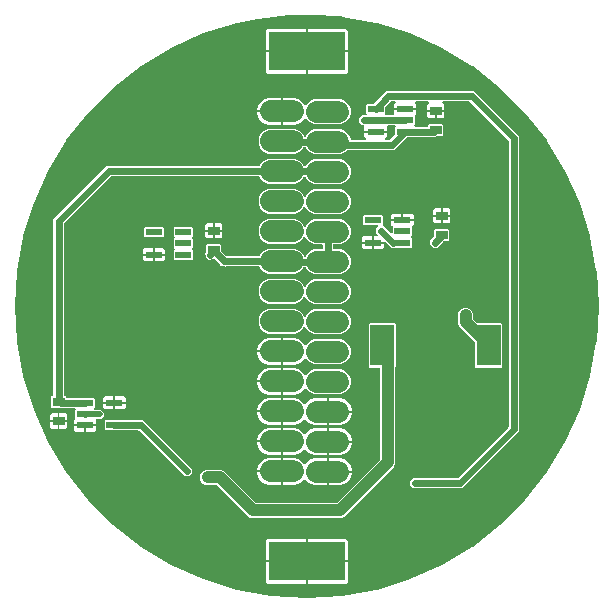
<source format=gbr>
G04 EAGLE Gerber RS-274X export*
G75*
%MOMM*%
%FSLAX34Y34*%
%LPD*%
%INBottom Copper*%
%IPPOS*%
%AMOC8*
5,1,8,0,0,1.08239X$1,22.5*%
G01*
G04 Define Apertures*
%ADD10R,6.451600X3.251200*%
%ADD11R,1.400000X0.600000*%
%ADD12R,2.000000X3.500000*%
%ADD13R,0.973900X0.798700*%
%ADD14C,1.828800*%
%ADD15C,0.609600*%
%ADD16C,0.502400*%
%ADD17C,0.508000*%
%ADD18C,1.016000*%
G36*
X29755Y-245440D02*
X46Y-247237D01*
X-46Y-247237D01*
X-29755Y-245440D01*
X-29847Y-245428D01*
X-59123Y-240063D01*
X-59212Y-240041D01*
X-87628Y-231187D01*
X-87714Y-231154D01*
X-114856Y-218939D01*
X-114937Y-218896D01*
X-140409Y-203498D01*
X-140484Y-203446D01*
X-163914Y-185090D01*
X-163983Y-185029D01*
X-185029Y-163983D01*
X-185090Y-163914D01*
X-203446Y-140484D01*
X-203498Y-140409D01*
X-218896Y-114937D01*
X-218939Y-114856D01*
X-231154Y-87714D01*
X-231187Y-87628D01*
X-240041Y-59212D01*
X-240063Y-59123D01*
X-245428Y-29847D01*
X-245440Y-29755D01*
X-247237Y-46D01*
X-247237Y46D01*
X-245440Y29755D01*
X-245428Y29847D01*
X-240063Y59123D01*
X-240041Y59212D01*
X-231187Y87628D01*
X-231154Y87714D01*
X-218939Y114856D01*
X-218896Y114937D01*
X-203498Y140409D01*
X-203446Y140484D01*
X-185090Y163914D01*
X-185029Y163983D01*
X-163983Y185029D01*
X-163914Y185090D01*
X-140484Y203446D01*
X-140409Y203498D01*
X-114937Y218896D01*
X-114856Y218939D01*
X-87714Y231154D01*
X-87628Y231187D01*
X-59212Y240041D01*
X-59123Y240063D01*
X-40834Y243415D01*
X-40782Y243423D01*
X-14934Y246335D01*
X-14894Y246338D01*
X-13107Y246447D01*
X-13089Y246447D01*
X3049Y247051D01*
X3124Y247050D01*
X29755Y245440D01*
X29847Y245428D01*
X59123Y240063D01*
X59212Y240041D01*
X87628Y231187D01*
X87714Y231154D01*
X114856Y218939D01*
X114937Y218896D01*
X140409Y203498D01*
X140484Y203446D01*
X163914Y185090D01*
X163983Y185029D01*
X185029Y163983D01*
X185090Y163914D01*
X203446Y140484D01*
X203498Y140409D01*
X218896Y114937D01*
X218939Y114856D01*
X231154Y87714D01*
X231187Y87628D01*
X240041Y59212D01*
X240063Y59123D01*
X245428Y29847D01*
X245440Y29755D01*
X247237Y46D01*
X247237Y-46D01*
X245440Y-29755D01*
X245428Y-29847D01*
X240063Y-59123D01*
X240041Y-59212D01*
X231187Y-87628D01*
X231154Y-87714D01*
X218939Y-114856D01*
X218896Y-114937D01*
X203498Y-140409D01*
X203446Y-140484D01*
X185090Y-163914D01*
X185029Y-163983D01*
X163983Y-185029D01*
X163914Y-185090D01*
X140484Y-203446D01*
X140409Y-203498D01*
X114937Y-218896D01*
X114856Y-218939D01*
X87714Y-231154D01*
X87628Y-231187D01*
X59212Y-240041D01*
X59123Y-240063D01*
X29847Y-245428D01*
X29755Y-245440D01*
G37*
%LPC*%
G36*
X-34798Y216662D02*
X-762Y216662D01*
X-762Y234696D01*
X-33310Y234696D01*
X-34798Y233208D01*
X-34798Y216662D01*
G37*
G36*
X762Y216662D02*
X34798Y216662D01*
X34798Y233208D01*
X33310Y234696D01*
X762Y234696D01*
X762Y216662D01*
G37*
G36*
X762Y197104D02*
X33310Y197104D01*
X34798Y198592D01*
X34798Y215138D01*
X762Y215138D01*
X762Y197104D01*
G37*
G36*
X-33310Y197104D02*
X-762Y197104D01*
X-762Y215138D01*
X-34798Y215138D01*
X-34798Y198592D01*
X-33310Y197104D01*
G37*
G36*
X89651Y-154178D02*
X131329Y-154178D01*
X179578Y-105929D01*
X179578Y144029D01*
X141489Y182118D01*
X66791Y182118D01*
X61722Y177049D01*
X61722Y176689D01*
X61666Y176403D01*
X61499Y176150D01*
X56822Y171473D01*
X56580Y171310D01*
X56283Y171250D01*
X50909Y171250D01*
X50165Y170506D01*
X50165Y163454D01*
X50520Y163099D01*
X50673Y162879D01*
X50743Y162584D01*
X50692Y162285D01*
X50529Y162030D01*
X50279Y161858D01*
X49981Y161798D01*
X46471Y161798D01*
X43942Y159269D01*
X43942Y155691D01*
X46471Y153162D01*
X48185Y153162D01*
X48449Y153115D01*
X48707Y152956D01*
X48882Y152708D01*
X48947Y152412D01*
X48895Y152132D01*
X48895Y148742D01*
X67975Y148742D01*
X67975Y152156D01*
X67923Y152376D01*
X67974Y152675D01*
X68137Y152930D01*
X68388Y153102D01*
X68685Y153162D01*
X74981Y153162D01*
X75245Y153115D01*
X75503Y152956D01*
X75678Y152708D01*
X75743Y152412D01*
X75688Y152114D01*
X75520Y151861D01*
X75165Y151506D01*
X75165Y146132D01*
X75109Y145846D01*
X74942Y145593D01*
X70796Y141447D01*
X70554Y141284D01*
X70257Y141224D01*
X67111Y141224D01*
X66847Y141271D01*
X66589Y141430D01*
X66414Y141678D01*
X66349Y141974D01*
X66404Y142272D01*
X66572Y142525D01*
X67975Y143928D01*
X67975Y147218D01*
X48895Y147218D01*
X48895Y143928D01*
X50298Y142525D01*
X50451Y142305D01*
X50521Y142010D01*
X50470Y141711D01*
X50307Y141456D01*
X50057Y141284D01*
X49759Y141224D01*
X37969Y141224D01*
X37688Y141277D01*
X37434Y141443D01*
X37265Y141694D01*
X35753Y145345D01*
X32823Y148275D01*
X28995Y149860D01*
X6565Y149860D01*
X2737Y148275D01*
X-193Y145345D01*
X-653Y144234D01*
X-809Y143996D01*
X-1059Y143824D01*
X-1357Y143764D01*
X-1840Y143764D01*
X-2121Y143817D01*
X-2375Y143983D01*
X-2544Y144234D01*
X-3109Y145599D01*
X-6039Y148529D01*
X-9867Y150114D01*
X-32297Y150114D01*
X-36125Y148529D01*
X-39055Y145599D01*
X-40640Y141771D01*
X-40640Y137629D01*
X-39055Y133801D01*
X-36125Y130871D01*
X-32297Y129286D01*
X-9867Y129286D01*
X-6039Y130871D01*
X-3109Y133801D01*
X-2755Y134658D01*
X-2598Y134896D01*
X-2348Y135068D01*
X-2051Y135128D01*
X-1357Y135128D01*
X-1076Y135075D01*
X-822Y134909D01*
X-653Y134658D01*
X-193Y133547D01*
X2737Y130617D01*
X6565Y129032D01*
X28995Y129032D01*
X32823Y130617D01*
X34570Y132365D01*
X34812Y132528D01*
X35109Y132588D01*
X74150Y132588D01*
X85000Y143439D01*
X85242Y143602D01*
X85539Y143662D01*
X105771Y143662D01*
X105776Y143661D01*
X107876Y143662D01*
X109663Y143662D01*
X109842Y143841D01*
X110084Y144004D01*
X110381Y144065D01*
X114616Y144065D01*
X115360Y144808D01*
X115360Y153848D01*
X114616Y154592D01*
X103824Y154592D01*
X103081Y153848D01*
X103081Y153060D01*
X103029Y152785D01*
X102866Y152530D01*
X102616Y152358D01*
X102319Y152298D01*
X91889Y152298D01*
X91625Y152345D01*
X91367Y152504D01*
X91192Y152752D01*
X91127Y153048D01*
X91182Y153346D01*
X91350Y153599D01*
X91705Y153954D01*
X91705Y161274D01*
X91695Y161320D01*
X91750Y161618D01*
X91918Y161871D01*
X92975Y162928D01*
X92975Y166218D01*
X73895Y166218D01*
X73895Y162804D01*
X73947Y162584D01*
X73896Y162285D01*
X73733Y162030D01*
X73483Y161858D01*
X73185Y161798D01*
X66889Y161798D01*
X66625Y161845D01*
X66367Y162004D01*
X66192Y162252D01*
X66127Y162548D01*
X66182Y162846D01*
X66350Y163099D01*
X66705Y163454D01*
X66705Y168828D01*
X66761Y169114D01*
X66928Y169367D01*
X70376Y172814D01*
X70409Y172995D01*
X70573Y173250D01*
X70823Y173422D01*
X71120Y173482D01*
X74505Y173482D01*
X74769Y173435D01*
X75027Y173276D01*
X75202Y173028D01*
X75267Y172732D01*
X75212Y172434D01*
X75044Y172181D01*
X73895Y171032D01*
X73895Y167742D01*
X92975Y167742D01*
X92975Y171032D01*
X91826Y172181D01*
X91673Y172401D01*
X91603Y172696D01*
X91654Y172995D01*
X91817Y173250D01*
X92068Y173422D01*
X92365Y173482D01*
X102775Y173482D01*
X103039Y173435D01*
X103297Y173276D01*
X103472Y173028D01*
X103537Y172732D01*
X103482Y172434D01*
X103314Y172181D01*
X101811Y170678D01*
X101811Y166394D01*
X116630Y166394D01*
X116630Y170678D01*
X115126Y172181D01*
X114973Y172401D01*
X114903Y172696D01*
X114954Y172995D01*
X115117Y173250D01*
X115368Y173422D01*
X115665Y173482D01*
X137596Y173482D01*
X137882Y173426D01*
X138135Y173259D01*
X170719Y140675D01*
X170882Y140433D01*
X170942Y140136D01*
X170942Y-102036D01*
X170886Y-102322D01*
X170719Y-102575D01*
X127975Y-145319D01*
X127733Y-145482D01*
X127436Y-145542D01*
X89651Y-145542D01*
X87122Y-148071D01*
X87122Y-151649D01*
X89651Y-154178D01*
G37*
G36*
X-41910Y165862D02*
X-21844Y165862D01*
X-21844Y176784D01*
X-32550Y176784D01*
X-36844Y175005D01*
X-40131Y171718D01*
X-41910Y167424D01*
X-41910Y165862D01*
G37*
G36*
X-20320Y153416D02*
X-9614Y153416D01*
X-5320Y155195D01*
X-2033Y158482D01*
X-1720Y159236D01*
X-1576Y159461D01*
X-1330Y159639D01*
X-1035Y159706D01*
X-736Y159653D01*
X-482Y159487D01*
X-312Y159236D01*
X-193Y158947D01*
X2737Y156017D01*
X6565Y154432D01*
X28995Y154432D01*
X32823Y156017D01*
X35753Y158947D01*
X37338Y162775D01*
X37338Y166917D01*
X35753Y170745D01*
X32823Y173675D01*
X28995Y175260D01*
X6565Y175260D01*
X2737Y173675D01*
X-193Y170745D01*
X-207Y170710D01*
X-351Y170485D01*
X-597Y170307D01*
X-893Y170240D01*
X-1191Y170293D01*
X-1446Y170459D01*
X-1615Y170710D01*
X-2033Y171718D01*
X-5320Y175005D01*
X-9614Y176784D01*
X-20320Y176784D01*
X-20320Y153416D01*
G37*
G36*
X109982Y159099D02*
X115142Y159099D01*
X116630Y160586D01*
X116630Y164870D01*
X109982Y164870D01*
X109982Y159099D01*
G37*
G36*
X103298Y159099D02*
X108458Y159099D01*
X108458Y164870D01*
X101811Y164870D01*
X101811Y160586D01*
X103298Y159099D01*
G37*
G36*
X-32550Y153416D02*
X-21844Y153416D01*
X-21844Y164338D01*
X-41910Y164338D01*
X-41910Y162776D01*
X-40131Y158482D01*
X-36844Y155195D01*
X-32550Y153416D01*
G37*
G36*
X-197300Y-99997D02*
X-178220Y-99997D01*
X-178220Y-96707D01*
X-178557Y-96370D01*
X-178710Y-96150D01*
X-178780Y-95855D01*
X-178729Y-95556D01*
X-178566Y-95301D01*
X-178316Y-95129D01*
X-178018Y-95069D01*
X-177335Y-95069D01*
X-177049Y-95125D01*
X-176860Y-95250D01*
X-173682Y-95250D01*
X-171450Y-93018D01*
X-171450Y-89862D01*
X-173863Y-87449D01*
X-179458Y-87449D01*
X-179744Y-87393D01*
X-179997Y-87226D01*
X-180175Y-87048D01*
X-180333Y-86817D01*
X-180398Y-86521D01*
X-180343Y-86223D01*
X-180175Y-85970D01*
X-179490Y-85285D01*
X-179490Y-78233D01*
X-180234Y-77489D01*
X-185608Y-77489D01*
X-185854Y-77441D01*
X-203114Y-77441D01*
X-203388Y-77390D01*
X-203644Y-77226D01*
X-203815Y-76976D01*
X-203876Y-76679D01*
X-203876Y-76228D01*
X-204619Y-75485D01*
X-204935Y-75485D01*
X-205210Y-75433D01*
X-205465Y-75270D01*
X-205637Y-75020D01*
X-205697Y-74723D01*
X-205697Y69821D01*
X-205641Y70107D01*
X-205474Y70360D01*
X-166075Y109759D01*
X-165833Y109922D01*
X-165536Y109982D01*
X-40219Y109982D01*
X-39938Y109929D01*
X-39684Y109763D01*
X-39515Y109512D01*
X-39055Y108401D01*
X-36125Y105471D01*
X-32297Y103886D01*
X-9867Y103886D01*
X-6039Y105471D01*
X-3109Y108401D01*
X-2649Y109512D01*
X-2493Y109750D01*
X-2243Y109922D01*
X-1945Y109982D01*
X-1462Y109982D01*
X-1181Y109929D01*
X-927Y109763D01*
X-758Y109512D01*
X-193Y108147D01*
X2737Y105217D01*
X6565Y103632D01*
X28995Y103632D01*
X32823Y105217D01*
X35753Y108147D01*
X37338Y111975D01*
X37338Y116117D01*
X35753Y119945D01*
X32823Y122875D01*
X28995Y124460D01*
X6565Y124460D01*
X2737Y122875D01*
X-193Y119945D01*
X-547Y119088D01*
X-704Y118850D01*
X-954Y118678D01*
X-1251Y118618D01*
X-1945Y118618D01*
X-2226Y118671D01*
X-2480Y118837D01*
X-2649Y119088D01*
X-3109Y120199D01*
X-6039Y123129D01*
X-9867Y124714D01*
X-32297Y124714D01*
X-36125Y123129D01*
X-39055Y120199D01*
X-39515Y119088D01*
X-39671Y118850D01*
X-39921Y118678D01*
X-40219Y118618D01*
X-169429Y118618D01*
X-214333Y73714D01*
X-214333Y-74723D01*
X-214384Y-74997D01*
X-214548Y-75253D01*
X-214798Y-75424D01*
X-215095Y-75485D01*
X-215411Y-75485D01*
X-216155Y-76228D01*
X-216155Y-85268D01*
X-215411Y-86012D01*
X-210131Y-86012D01*
X-209845Y-86067D01*
X-209830Y-86077D01*
X-209144Y-86077D01*
X-208807Y-86155D01*
X-208263Y-86423D01*
X-207366Y-86118D01*
X-207120Y-86077D01*
X-196214Y-86077D01*
X-195950Y-86124D01*
X-195692Y-86283D01*
X-195517Y-86531D01*
X-195452Y-86827D01*
X-195507Y-87125D01*
X-195675Y-87378D01*
X-196030Y-87733D01*
X-196030Y-95053D01*
X-196020Y-95099D01*
X-196075Y-95397D01*
X-196243Y-95650D01*
X-197300Y-96707D01*
X-197300Y-99997D01*
G37*
G36*
X6565Y78232D02*
X28995Y78232D01*
X32823Y79817D01*
X35753Y82747D01*
X37338Y86575D01*
X37338Y90717D01*
X35753Y94545D01*
X32823Y97475D01*
X28995Y99060D01*
X6565Y99060D01*
X2737Y97475D01*
X-193Y94545D01*
X-894Y92851D01*
X-1039Y92625D01*
X-1285Y92448D01*
X-1580Y92381D01*
X-1879Y92434D01*
X-2133Y92599D01*
X-2302Y92851D01*
X-3109Y94799D01*
X-6039Y97729D01*
X-9867Y99314D01*
X-32297Y99314D01*
X-36125Y97729D01*
X-39055Y94799D01*
X-40640Y90971D01*
X-40640Y86829D01*
X-39055Y83001D01*
X-36125Y80071D01*
X-32297Y78486D01*
X-9867Y78486D01*
X-6039Y80071D01*
X-3109Y83001D01*
X-2408Y84695D01*
X-2263Y84921D01*
X-2018Y85098D01*
X-1722Y85166D01*
X-1423Y85112D01*
X-1169Y84947D01*
X-1000Y84695D01*
X-193Y82747D01*
X2737Y79817D01*
X6565Y78232D01*
G37*
G36*
X106891Y77494D02*
X113538Y77494D01*
X113538Y83266D01*
X108378Y83266D01*
X106891Y81778D01*
X106891Y77494D01*
G37*
G36*
X115062Y77494D02*
X121710Y77494D01*
X121710Y81778D01*
X120222Y83266D01*
X115062Y83266D01*
X115062Y77494D01*
G37*
G36*
X71540Y73762D02*
X80318Y73762D01*
X80318Y78540D01*
X73028Y78540D01*
X71540Y77052D01*
X71540Y73762D01*
G37*
G36*
X81842Y73762D02*
X90620Y73762D01*
X90620Y77052D01*
X89132Y78540D01*
X81842Y78540D01*
X81842Y73762D01*
G37*
G36*
X71671Y49682D02*
X75376Y49682D01*
X75612Y49730D01*
X88606Y49730D01*
X89350Y50474D01*
X89350Y57526D01*
X88665Y58211D01*
X88507Y58442D01*
X88442Y58738D01*
X88497Y59036D01*
X88665Y59289D01*
X89350Y59974D01*
X89350Y67294D01*
X89340Y67340D01*
X89395Y67638D01*
X89563Y67891D01*
X90620Y68948D01*
X90620Y72238D01*
X71540Y72238D01*
X71540Y68948D01*
X72597Y67891D01*
X72755Y67660D01*
X72820Y67364D01*
X72810Y67309D01*
X72810Y62596D01*
X72763Y62333D01*
X72604Y62075D01*
X72356Y61899D01*
X72060Y61834D01*
X71762Y61890D01*
X71509Y62057D01*
X65083Y68483D01*
X64837Y68529D01*
X64582Y68693D01*
X64410Y68943D01*
X64350Y69240D01*
X64350Y76526D01*
X63606Y77270D01*
X48554Y77270D01*
X47810Y76526D01*
X47810Y69474D01*
X48554Y68730D01*
X59924Y68730D01*
X60187Y68683D01*
X60445Y68524D01*
X60621Y68276D01*
X60686Y67980D01*
X60630Y67682D01*
X60463Y67429D01*
X58982Y65949D01*
X58982Y62371D01*
X60513Y60841D01*
X60666Y60621D01*
X60735Y60326D01*
X60685Y60027D01*
X60521Y59772D01*
X60271Y59600D01*
X59974Y59540D01*
X56842Y59540D01*
X56842Y54762D01*
X66001Y54762D01*
X66001Y54539D01*
X66074Y54591D01*
X66370Y54656D01*
X66668Y54600D01*
X66921Y54433D01*
X71671Y49682D01*
G37*
G36*
X115062Y70199D02*
X120222Y70199D01*
X121710Y71686D01*
X121710Y75970D01*
X115062Y75970D01*
X115062Y70199D01*
G37*
G36*
X108378Y70199D02*
X113538Y70199D01*
X113538Y75970D01*
X106891Y75970D01*
X106891Y71686D01*
X108378Y70199D01*
G37*
G36*
X6565Y27432D02*
X28995Y27432D01*
X32823Y29017D01*
X35753Y31947D01*
X37338Y35775D01*
X37338Y39917D01*
X35753Y43745D01*
X32823Y46675D01*
X28995Y48260D01*
X22860Y48260D01*
X22585Y48311D01*
X22330Y48475D01*
X22158Y48725D01*
X22098Y49022D01*
X22098Y52070D01*
X22149Y52345D01*
X22313Y52600D01*
X22563Y52772D01*
X22860Y52832D01*
X28995Y52832D01*
X32823Y54417D01*
X35753Y57347D01*
X37338Y61175D01*
X37338Y65317D01*
X35753Y69145D01*
X32823Y72075D01*
X28995Y73660D01*
X6565Y73660D01*
X2737Y72075D01*
X-193Y69145D01*
X-894Y67451D01*
X-1039Y67225D01*
X-1285Y67048D01*
X-1580Y66981D01*
X-1879Y67034D01*
X-2133Y67199D01*
X-2302Y67451D01*
X-3109Y69399D01*
X-6039Y72329D01*
X-9867Y73914D01*
X-32297Y73914D01*
X-36125Y72329D01*
X-39055Y69399D01*
X-40640Y65571D01*
X-40640Y61429D01*
X-39055Y57601D01*
X-36125Y54671D01*
X-32297Y53086D01*
X-9867Y53086D01*
X-6039Y54671D01*
X-3109Y57601D01*
X-2408Y59295D01*
X-2263Y59521D01*
X-2018Y59698D01*
X-1722Y59766D01*
X-1423Y59712D01*
X-1169Y59547D01*
X-1000Y59295D01*
X-193Y57347D01*
X2737Y54417D01*
X6565Y52832D01*
X12700Y52832D01*
X12975Y52781D01*
X13230Y52617D01*
X13402Y52367D01*
X13462Y52070D01*
X13462Y49022D01*
X13411Y48747D01*
X13247Y48492D01*
X12997Y48320D01*
X12700Y48260D01*
X6565Y48260D01*
X2737Y46675D01*
X-193Y43745D01*
X-653Y42634D01*
X-809Y42396D01*
X-1059Y42224D01*
X-1357Y42164D01*
X-1840Y42164D01*
X-2121Y42217D01*
X-2375Y42383D01*
X-2544Y42634D01*
X-3109Y43999D01*
X-6039Y46929D01*
X-9867Y48514D01*
X-32297Y48514D01*
X-36125Y46929D01*
X-39055Y43999D01*
X-39515Y42888D01*
X-39671Y42650D01*
X-39921Y42478D01*
X-40219Y42418D01*
X-67879Y42418D01*
X-68204Y42491D01*
X-68447Y42673D01*
X-72407Y47114D01*
X-72540Y47324D01*
X-72601Y47621D01*
X-72601Y52248D01*
X-73344Y52992D01*
X-84136Y52992D01*
X-84880Y52248D01*
X-84880Y46899D01*
X-84900Y46724D01*
X-85027Y46449D01*
X-86126Y44947D01*
X-85578Y41411D01*
X-82692Y39299D01*
X-79157Y39847D01*
X-78965Y40108D01*
X-78618Y40371D01*
X-78319Y40419D01*
X-78024Y40347D01*
X-77782Y40165D01*
X-74666Y36671D01*
X-74533Y36461D01*
X-74511Y36349D01*
X-73311Y35149D01*
X-73281Y35117D01*
X-72160Y33861D01*
X-72092Y33845D01*
X-71997Y33782D01*
X-70300Y33782D01*
X-70257Y33781D01*
X-68575Y33684D01*
X-68516Y33722D01*
X-68219Y33782D01*
X-40219Y33782D01*
X-39938Y33729D01*
X-39684Y33563D01*
X-39515Y33312D01*
X-39055Y32201D01*
X-36125Y29271D01*
X-32297Y27686D01*
X-9867Y27686D01*
X-6039Y29271D01*
X-3109Y32201D01*
X-2755Y33058D01*
X-2598Y33296D01*
X-2348Y33468D01*
X-2051Y33528D01*
X-1357Y33528D01*
X-1076Y33475D01*
X-822Y33309D01*
X-653Y33058D01*
X-193Y31947D01*
X2737Y29017D01*
X6565Y27432D01*
G37*
G36*
X-86150Y64794D02*
X-79502Y64794D01*
X-79502Y70566D01*
X-84662Y70566D01*
X-86150Y69078D01*
X-86150Y64794D01*
G37*
G36*
X-77978Y64794D02*
X-71331Y64794D01*
X-71331Y69078D01*
X-72818Y70566D01*
X-77978Y70566D01*
X-77978Y64794D01*
G37*
G36*
X-111866Y39570D02*
X-96814Y39570D01*
X-96070Y40314D01*
X-96070Y47366D01*
X-96755Y48051D01*
X-96913Y48282D01*
X-96978Y48578D01*
X-96923Y48876D01*
X-96755Y49129D01*
X-96070Y49814D01*
X-96070Y56866D01*
X-96755Y57551D01*
X-96913Y57782D01*
X-96978Y58078D01*
X-96923Y58376D01*
X-96755Y58629D01*
X-96070Y59314D01*
X-96070Y66366D01*
X-96814Y67110D01*
X-111866Y67110D01*
X-112610Y66366D01*
X-112610Y59314D01*
X-111925Y58629D01*
X-111767Y58398D01*
X-111702Y58102D01*
X-111757Y57804D01*
X-111925Y57551D01*
X-112610Y56866D01*
X-112610Y49814D01*
X-111925Y49129D01*
X-111767Y48898D01*
X-111702Y48602D01*
X-111757Y48304D01*
X-111925Y48051D01*
X-112610Y47366D01*
X-112610Y40314D01*
X-111866Y39570D01*
G37*
G36*
X-136866Y58570D02*
X-121814Y58570D01*
X-121070Y59314D01*
X-121070Y66366D01*
X-121814Y67110D01*
X-136866Y67110D01*
X-137610Y66366D01*
X-137610Y59314D01*
X-136866Y58570D01*
G37*
G36*
X104771Y51839D02*
X107513Y49541D01*
X111076Y49856D01*
X115295Y54892D01*
X115582Y55104D01*
X115879Y55165D01*
X119696Y55165D01*
X120440Y55908D01*
X120440Y64948D01*
X119696Y65692D01*
X108904Y65692D01*
X108161Y64948D01*
X108161Y60100D01*
X108127Y59878D01*
X107983Y59611D01*
X104456Y55402D01*
X104771Y51839D01*
G37*
G36*
X-77978Y57499D02*
X-72818Y57499D01*
X-71331Y58986D01*
X-71331Y63270D01*
X-77978Y63270D01*
X-77978Y57499D01*
G37*
G36*
X-84662Y57499D02*
X-79502Y57499D01*
X-79502Y63270D01*
X-86150Y63270D01*
X-86150Y58986D01*
X-84662Y57499D01*
G37*
G36*
X46540Y54762D02*
X55318Y54762D01*
X55318Y59540D01*
X48028Y59540D01*
X46540Y58052D01*
X46540Y54762D01*
G37*
G36*
X48028Y48460D02*
X55318Y48460D01*
X55318Y53238D01*
X46540Y53238D01*
X46540Y49948D01*
X48028Y48460D01*
G37*
G36*
X56842Y48460D02*
X64132Y48460D01*
X65620Y49948D01*
X65620Y53238D01*
X56842Y53238D01*
X56842Y48460D01*
G37*
G36*
X-138880Y44602D02*
X-130102Y44602D01*
X-130102Y49380D01*
X-137392Y49380D01*
X-138880Y47892D01*
X-138880Y44602D01*
G37*
G36*
X-128578Y44602D02*
X-119800Y44602D01*
X-119800Y47892D01*
X-121288Y49380D01*
X-128578Y49380D01*
X-128578Y44602D01*
G37*
G36*
X-128578Y38300D02*
X-121288Y38300D01*
X-119800Y39788D01*
X-119800Y43078D01*
X-128578Y43078D01*
X-128578Y38300D01*
G37*
G36*
X-137392Y38300D02*
X-130102Y38300D01*
X-130102Y43078D01*
X-138880Y43078D01*
X-138880Y39788D01*
X-137392Y38300D01*
G37*
G36*
X6565Y2032D02*
X28995Y2032D01*
X32823Y3617D01*
X35753Y6547D01*
X37338Y10375D01*
X37338Y14517D01*
X35753Y18345D01*
X32823Y21275D01*
X28995Y22860D01*
X6565Y22860D01*
X2737Y21275D01*
X-193Y18345D01*
X-894Y16651D01*
X-1039Y16425D01*
X-1285Y16248D01*
X-1580Y16181D01*
X-1879Y16234D01*
X-2133Y16399D01*
X-2302Y16651D01*
X-3109Y18599D01*
X-6039Y21529D01*
X-9867Y23114D01*
X-32297Y23114D01*
X-36125Y21529D01*
X-39055Y18599D01*
X-40640Y14771D01*
X-40640Y10629D01*
X-39055Y6801D01*
X-36125Y3871D01*
X-32297Y2286D01*
X-9867Y2286D01*
X-6039Y3871D01*
X-3109Y6801D01*
X-2408Y8495D01*
X-2263Y8721D01*
X-2018Y8898D01*
X-1722Y8966D01*
X-1423Y8912D01*
X-1169Y8747D01*
X-1000Y8495D01*
X-193Y6547D01*
X2737Y3617D01*
X6565Y2032D01*
G37*
G36*
X143694Y-51790D02*
X164746Y-51790D01*
X165490Y-51046D01*
X165490Y-14994D01*
X164746Y-14250D01*
X144746Y-14250D01*
X144460Y-14194D01*
X144207Y-14027D01*
X141193Y-11013D01*
X141030Y-10771D01*
X140970Y-10474D01*
X140970Y-6357D01*
X140003Y-4023D01*
X138217Y-2237D01*
X135883Y-1270D01*
X133357Y-1270D01*
X131023Y-2237D01*
X129237Y-4023D01*
X128270Y-6357D01*
X128270Y-14683D01*
X129237Y-17017D01*
X142727Y-30507D01*
X142890Y-30749D01*
X142950Y-31046D01*
X142950Y-51046D01*
X143694Y-51790D01*
G37*
G36*
X6565Y-23368D02*
X28995Y-23368D01*
X32823Y-21783D01*
X35753Y-18853D01*
X37338Y-15025D01*
X37338Y-10883D01*
X35753Y-7055D01*
X32823Y-4125D01*
X28995Y-2540D01*
X6565Y-2540D01*
X2737Y-4125D01*
X-193Y-7055D01*
X-894Y-8749D01*
X-1039Y-8975D01*
X-1285Y-9152D01*
X-1580Y-9220D01*
X-1879Y-9166D01*
X-2133Y-9001D01*
X-2302Y-8749D01*
X-3109Y-6801D01*
X-6039Y-3871D01*
X-9867Y-2286D01*
X-32297Y-2286D01*
X-36125Y-3871D01*
X-39055Y-6801D01*
X-40640Y-10629D01*
X-40640Y-14771D01*
X-39055Y-18599D01*
X-36125Y-21529D01*
X-32297Y-23114D01*
X-9867Y-23114D01*
X-6039Y-21529D01*
X-3109Y-18599D01*
X-2408Y-16905D01*
X-2263Y-16679D01*
X-2018Y-16502D01*
X-1722Y-16435D01*
X-1423Y-16488D01*
X-1169Y-16653D01*
X-1000Y-16905D01*
X-193Y-18853D01*
X2737Y-21783D01*
X6565Y-23368D01*
G37*
G36*
X-46983Y-179070D02*
X29203Y-179070D01*
X31537Y-178103D01*
X73963Y-135677D01*
X74930Y-133343D01*
X74930Y-51922D01*
X74986Y-51636D01*
X75153Y-51383D01*
X75490Y-51046D01*
X75490Y-14994D01*
X74746Y-14250D01*
X53694Y-14250D01*
X52950Y-14994D01*
X52950Y-51046D01*
X53694Y-51790D01*
X61468Y-51790D01*
X61743Y-51841D01*
X61998Y-52005D01*
X62170Y-52255D01*
X62230Y-52552D01*
X62230Y-129134D01*
X62174Y-129420D01*
X62007Y-129673D01*
X25533Y-166147D01*
X25291Y-166310D01*
X24994Y-166370D01*
X-42774Y-166370D01*
X-43060Y-166314D01*
X-43313Y-166147D01*
X-70063Y-139397D01*
X-72397Y-138430D01*
X-85083Y-138430D01*
X-87417Y-139397D01*
X-89203Y-141183D01*
X-90170Y-143517D01*
X-90170Y-146043D01*
X-89203Y-148377D01*
X-87417Y-150163D01*
X-85083Y-151130D01*
X-76606Y-151130D01*
X-76320Y-151186D01*
X-76067Y-151353D01*
X-49317Y-178103D01*
X-46983Y-179070D01*
G37*
G36*
X-41910Y-37338D02*
X-21844Y-37338D01*
X-21844Y-26416D01*
X-32550Y-26416D01*
X-36844Y-28195D01*
X-40131Y-31482D01*
X-41910Y-35776D01*
X-41910Y-37338D01*
G37*
G36*
X-20320Y-49784D02*
X-9614Y-49784D01*
X-5320Y-48005D01*
X-2033Y-44718D01*
X-1720Y-43964D01*
X-1576Y-43739D01*
X-1330Y-43561D01*
X-1035Y-43494D01*
X-736Y-43547D01*
X-482Y-43713D01*
X-312Y-43964D01*
X-193Y-44253D01*
X2737Y-47183D01*
X6565Y-48768D01*
X28995Y-48768D01*
X32823Y-47183D01*
X35753Y-44253D01*
X37338Y-40425D01*
X37338Y-36283D01*
X35753Y-32455D01*
X32823Y-29525D01*
X28995Y-27940D01*
X6565Y-27940D01*
X2737Y-29525D01*
X-193Y-32455D01*
X-207Y-32490D01*
X-351Y-32715D01*
X-597Y-32893D01*
X-893Y-32960D01*
X-1191Y-32907D01*
X-1446Y-32741D01*
X-1615Y-32490D01*
X-2033Y-31482D01*
X-5320Y-28195D01*
X-9614Y-26416D01*
X-20320Y-26416D01*
X-20320Y-49784D01*
G37*
G36*
X-32550Y-49784D02*
X-21844Y-49784D01*
X-21844Y-38862D01*
X-41910Y-38862D01*
X-41910Y-40424D01*
X-40131Y-44718D01*
X-36844Y-48005D01*
X-32550Y-49784D01*
G37*
G36*
X-41910Y-62738D02*
X-21844Y-62738D01*
X-21844Y-51816D01*
X-32550Y-51816D01*
X-36844Y-53595D01*
X-40131Y-56882D01*
X-41910Y-61176D01*
X-41910Y-62738D01*
G37*
G36*
X-20320Y-75184D02*
X-9614Y-75184D01*
X-5320Y-73405D01*
X-2033Y-70118D01*
X-1720Y-69364D01*
X-1576Y-69139D01*
X-1330Y-68961D01*
X-1035Y-68894D01*
X-736Y-68947D01*
X-482Y-69113D01*
X-312Y-69364D01*
X-193Y-69653D01*
X2737Y-72583D01*
X6565Y-74168D01*
X28995Y-74168D01*
X32823Y-72583D01*
X35753Y-69653D01*
X37338Y-65825D01*
X37338Y-61683D01*
X35753Y-57855D01*
X32823Y-54925D01*
X28995Y-53340D01*
X6565Y-53340D01*
X2737Y-54925D01*
X-193Y-57855D01*
X-207Y-57890D01*
X-351Y-58115D01*
X-597Y-58293D01*
X-893Y-58360D01*
X-1191Y-58307D01*
X-1446Y-58141D01*
X-1615Y-57890D01*
X-2033Y-56882D01*
X-5320Y-53595D01*
X-9614Y-51816D01*
X-20320Y-51816D01*
X-20320Y-75184D01*
G37*
G36*
X-32550Y-75184D02*
X-21844Y-75184D01*
X-21844Y-64262D01*
X-41910Y-64262D01*
X-41910Y-65824D01*
X-40131Y-70118D01*
X-36844Y-73405D01*
X-32550Y-75184D01*
G37*
G36*
X-172300Y-80997D02*
X-163522Y-80997D01*
X-163522Y-76219D01*
X-170812Y-76219D01*
X-172300Y-77707D01*
X-172300Y-80997D01*
G37*
G36*
X-161998Y-80997D02*
X-153220Y-80997D01*
X-153220Y-77707D01*
X-154708Y-76219D01*
X-161998Y-76219D01*
X-161998Y-80997D01*
G37*
G36*
X6312Y-100838D02*
X17018Y-100838D01*
X17018Y-77470D01*
X6312Y-77470D01*
X2018Y-79249D01*
X-985Y-82252D01*
X-1216Y-82410D01*
X-1512Y-82475D01*
X-1810Y-82419D01*
X-2063Y-82252D01*
X-5320Y-78995D01*
X-9614Y-77216D01*
X-20320Y-77216D01*
X-20320Y-100584D01*
X-9614Y-100584D01*
X-5320Y-98805D01*
X-2317Y-95803D01*
X-2086Y-95645D01*
X-1790Y-95579D01*
X-1492Y-95635D01*
X-1239Y-95803D01*
X2018Y-99059D01*
X6312Y-100838D01*
G37*
G36*
X-41910Y-88138D02*
X-21844Y-88138D01*
X-21844Y-77216D01*
X-32550Y-77216D01*
X-36844Y-78995D01*
X-40131Y-82282D01*
X-41910Y-86576D01*
X-41910Y-88138D01*
G37*
G36*
X18542Y-88392D02*
X38608Y-88392D01*
X38608Y-86830D01*
X36829Y-82536D01*
X33542Y-79249D01*
X29248Y-77470D01*
X18542Y-77470D01*
X18542Y-88392D01*
G37*
G36*
X-161998Y-87299D02*
X-154708Y-87299D01*
X-153220Y-85811D01*
X-153220Y-82521D01*
X-161998Y-82521D01*
X-161998Y-87299D01*
G37*
G36*
X-170812Y-87299D02*
X-163522Y-87299D01*
X-163522Y-82521D01*
X-172300Y-82521D01*
X-172300Y-85811D01*
X-170812Y-87299D01*
G37*
G36*
X-32550Y-100584D02*
X-21844Y-100584D01*
X-21844Y-89662D01*
X-41910Y-89662D01*
X-41910Y-91224D01*
X-40131Y-95518D01*
X-36844Y-98805D01*
X-32550Y-100584D01*
G37*
G36*
X18542Y-100838D02*
X29248Y-100838D01*
X33542Y-99059D01*
X36829Y-95772D01*
X38608Y-91478D01*
X38608Y-89916D01*
X18542Y-89916D01*
X18542Y-100838D01*
G37*
G36*
X-217425Y-96290D02*
X-210777Y-96290D01*
X-210777Y-90519D01*
X-215937Y-90519D01*
X-217425Y-92006D01*
X-217425Y-96290D01*
G37*
G36*
X-209253Y-96290D02*
X-202606Y-96290D01*
X-202606Y-92006D01*
X-204093Y-90519D01*
X-209253Y-90519D01*
X-209253Y-96290D01*
G37*
G36*
X-103389Y-144018D02*
X-99811Y-144018D01*
X-97282Y-141489D01*
X-97282Y-137911D01*
X-138752Y-96441D01*
X-164676Y-96441D01*
X-164912Y-96489D01*
X-170286Y-96489D01*
X-171030Y-97233D01*
X-171030Y-104285D01*
X-170286Y-105029D01*
X-164912Y-105029D01*
X-164666Y-105077D01*
X-142645Y-105077D01*
X-142359Y-105133D01*
X-142106Y-105300D01*
X-103389Y-144018D01*
G37*
G36*
X-209253Y-103586D02*
X-204093Y-103586D01*
X-202606Y-102098D01*
X-202606Y-97814D01*
X-209253Y-97814D01*
X-209253Y-103586D01*
G37*
G36*
X-215937Y-103586D02*
X-210777Y-103586D01*
X-210777Y-97814D01*
X-217425Y-97814D01*
X-217425Y-102098D01*
X-215937Y-103586D01*
G37*
G36*
X-186998Y-106299D02*
X-179708Y-106299D01*
X-178220Y-104811D01*
X-178220Y-101521D01*
X-186998Y-101521D01*
X-186998Y-106299D01*
G37*
G36*
X-195812Y-106299D02*
X-188522Y-106299D01*
X-188522Y-101521D01*
X-197300Y-101521D01*
X-197300Y-104811D01*
X-195812Y-106299D01*
G37*
G36*
X-41910Y-113538D02*
X-21844Y-113538D01*
X-21844Y-102616D01*
X-32550Y-102616D01*
X-36844Y-104395D01*
X-40131Y-107682D01*
X-41910Y-111976D01*
X-41910Y-113538D01*
G37*
G36*
X6312Y-126238D02*
X17018Y-126238D01*
X17018Y-102870D01*
X6312Y-102870D01*
X2018Y-104649D01*
X-985Y-107652D01*
X-1216Y-107810D01*
X-1512Y-107875D01*
X-1810Y-107819D01*
X-2063Y-107652D01*
X-5320Y-104395D01*
X-9614Y-102616D01*
X-20320Y-102616D01*
X-20320Y-125984D01*
X-9614Y-125984D01*
X-5320Y-124205D01*
X-2317Y-121203D01*
X-2086Y-121045D01*
X-1790Y-120979D01*
X-1492Y-121035D01*
X-1239Y-121203D01*
X2018Y-124459D01*
X6312Y-126238D01*
G37*
G36*
X18542Y-113792D02*
X38608Y-113792D01*
X38608Y-112230D01*
X36829Y-107936D01*
X33542Y-104649D01*
X29248Y-102870D01*
X18542Y-102870D01*
X18542Y-113792D01*
G37*
G36*
X-32550Y-125984D02*
X-21844Y-125984D01*
X-21844Y-115062D01*
X-41910Y-115062D01*
X-41910Y-116624D01*
X-40131Y-120918D01*
X-36844Y-124205D01*
X-32550Y-125984D01*
G37*
G36*
X18542Y-126238D02*
X29248Y-126238D01*
X33542Y-124459D01*
X36829Y-121172D01*
X38608Y-116878D01*
X38608Y-115316D01*
X18542Y-115316D01*
X18542Y-126238D01*
G37*
G36*
X-41910Y-138938D02*
X-21844Y-138938D01*
X-21844Y-128016D01*
X-32550Y-128016D01*
X-36844Y-129795D01*
X-40131Y-133082D01*
X-41910Y-137376D01*
X-41910Y-138938D01*
G37*
G36*
X6312Y-151638D02*
X17018Y-151638D01*
X17018Y-128270D01*
X6312Y-128270D01*
X2018Y-130049D01*
X-985Y-133052D01*
X-1216Y-133210D01*
X-1512Y-133275D01*
X-1810Y-133219D01*
X-2063Y-133052D01*
X-5320Y-129795D01*
X-9614Y-128016D01*
X-20320Y-128016D01*
X-20320Y-151384D01*
X-9614Y-151384D01*
X-5320Y-149605D01*
X-2317Y-146603D01*
X-2086Y-146445D01*
X-1790Y-146379D01*
X-1492Y-146435D01*
X-1239Y-146603D01*
X2018Y-149859D01*
X6312Y-151638D01*
G37*
G36*
X18542Y-139192D02*
X38608Y-139192D01*
X38608Y-137630D01*
X36829Y-133336D01*
X33542Y-130049D01*
X29248Y-128270D01*
X18542Y-128270D01*
X18542Y-139192D01*
G37*
G36*
X-32550Y-151384D02*
X-21844Y-151384D01*
X-21844Y-140462D01*
X-41910Y-140462D01*
X-41910Y-142024D01*
X-40131Y-146318D01*
X-36844Y-149605D01*
X-32550Y-151384D01*
G37*
G36*
X18542Y-151638D02*
X29248Y-151638D01*
X33542Y-149859D01*
X36829Y-146572D01*
X38608Y-142278D01*
X38608Y-140716D01*
X18542Y-140716D01*
X18542Y-151638D01*
G37*
G36*
X-34798Y-215138D02*
X-762Y-215138D01*
X-762Y-197104D01*
X-33310Y-197104D01*
X-34798Y-198592D01*
X-34798Y-215138D01*
G37*
G36*
X762Y-215138D02*
X34798Y-215138D01*
X34798Y-198592D01*
X33310Y-197104D01*
X762Y-197104D01*
X762Y-215138D01*
G37*
G36*
X762Y-234696D02*
X33310Y-234696D01*
X34798Y-233208D01*
X34798Y-216662D01*
X762Y-216662D01*
X762Y-234696D01*
G37*
G36*
X-33310Y-234696D02*
X-762Y-234696D01*
X-762Y-216662D01*
X-34798Y-216662D01*
X-34798Y-233208D01*
X-33310Y-234696D01*
G37*
%LPD*%
D10*
X0Y-215900D03*
X0Y215900D03*
D11*
X83435Y166980D03*
X83435Y157480D03*
X83435Y147980D03*
X58435Y147980D03*
X58435Y166980D03*
X-187760Y-100759D03*
X-187760Y-91259D03*
X-187760Y-81759D03*
X-162760Y-81759D03*
X-162760Y-100759D03*
X81080Y73000D03*
X81080Y63500D03*
X81080Y54000D03*
X56080Y54000D03*
X56080Y73000D03*
X-104340Y62840D03*
X-104340Y53340D03*
X-104340Y43840D03*
X-129340Y43840D03*
X-129340Y62840D03*
D12*
X154220Y-33020D03*
X64220Y-33020D03*
D13*
X109220Y149328D03*
X109220Y165632D03*
X114300Y60428D03*
X114300Y76732D03*
X-78740Y47728D03*
X-78740Y64032D03*
X-210015Y-80748D03*
X-210015Y-97052D03*
D14*
X-30226Y165100D02*
X-11938Y165100D01*
X-11938Y139700D02*
X-30226Y139700D01*
X-30226Y114300D02*
X-11938Y114300D01*
X-11938Y88900D02*
X-30226Y88900D01*
X-30226Y63500D02*
X-11938Y63500D01*
X-11938Y38100D02*
X-30226Y38100D01*
X-30226Y12700D02*
X-11938Y12700D01*
X-11938Y-12700D02*
X-30226Y-12700D01*
X-30226Y-38100D02*
X-11938Y-38100D01*
X-11938Y-63500D02*
X-30226Y-63500D01*
X-30226Y-88900D02*
X-11938Y-88900D01*
X-11938Y-114300D02*
X-30226Y-114300D01*
X-30226Y-139700D02*
X-11938Y-139700D01*
X8636Y164846D02*
X26924Y164846D01*
X26924Y139446D02*
X8636Y139446D01*
X8636Y114046D02*
X26924Y114046D01*
X26924Y88646D02*
X8636Y88646D01*
X8636Y63246D02*
X26924Y63246D01*
X26924Y37846D02*
X8636Y37846D01*
X8636Y12446D02*
X26924Y12446D01*
X26924Y-12954D02*
X8636Y-12954D01*
X8636Y-38354D02*
X26924Y-38354D01*
X26924Y-63754D02*
X8636Y-63754D01*
X8636Y-89154D02*
X26924Y-89154D01*
X26924Y-114554D02*
X8636Y-114554D01*
X8636Y-139954D02*
X26924Y-139954D01*
D15*
X58435Y166980D02*
X66040Y174585D01*
X66040Y175260D01*
X68580Y177800D01*
X139700Y177800D01*
X175260Y142240D01*
X175260Y-104140D01*
X129540Y-149860D01*
X91440Y-149860D01*
D16*
X91440Y-149860D03*
X-101600Y-139700D03*
D15*
X-140541Y-100759D02*
X-162760Y-100759D01*
X-140541Y-100759D02*
X-101600Y-139700D01*
D16*
X-71120Y-208280D03*
D15*
X-5080Y-210820D02*
X0Y-215900D01*
X-12700Y203200D02*
X0Y215900D01*
X-187760Y-91259D02*
X-187629Y-91390D01*
X48260Y157480D02*
X83435Y157480D01*
D16*
X48260Y157480D03*
D15*
X-187760Y-91259D02*
X-187941Y-91440D01*
D17*
X-187760Y-91259D02*
X-175441Y-91259D01*
X-175260Y-91440D01*
D16*
X-175260Y-91440D03*
D15*
X107873Y147980D02*
X109220Y149328D01*
X107873Y147980D02*
X83435Y147980D01*
X72361Y136906D02*
X20320Y136906D01*
X17780Y139446D01*
X72361Y136906D02*
X83435Y147980D01*
X17780Y139446D02*
X-20828Y139446D01*
X-21082Y139700D01*
X-187760Y-81759D02*
X-207961Y-81759D01*
X-210015Y-80748D01*
X-210015Y71925D01*
X-167640Y114300D01*
X-21082Y114300D01*
X17526Y114300D02*
X17780Y114046D01*
X17526Y114300D02*
X-21082Y114300D01*
X-78740Y47728D02*
X-81585Y43840D01*
X-20828Y37846D02*
X17780Y37846D01*
X-20828Y37846D02*
X-21082Y38100D01*
X17780Y37846D02*
X17780Y63246D01*
X-21082Y38100D02*
X-70155Y38100D01*
X-78740Y47728D01*
D16*
X63300Y64160D03*
D15*
X108915Y54000D02*
X114300Y60428D01*
X73460Y54000D02*
X63300Y64160D01*
D18*
X134620Y-13420D02*
X154220Y-33020D01*
X134620Y-13420D02*
X134620Y-7620D01*
D16*
X134620Y-7620D03*
D18*
X68580Y-40640D02*
X68580Y-132080D01*
X68580Y-40640D02*
X64220Y-36280D01*
X68580Y-132080D02*
X27940Y-172720D01*
X-45720Y-172720D01*
X-73660Y-144780D01*
X-83820Y-144780D01*
D16*
X-83820Y-144780D03*
M02*

</source>
